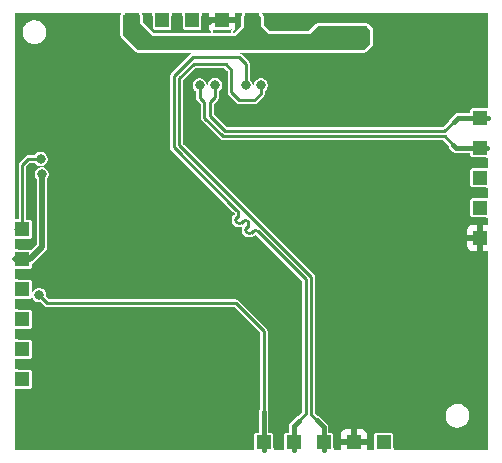
<source format=gbl>
G04 #@! TF.GenerationSoftware,KiCad,Pcbnew,9.0.0*
G04 #@! TF.CreationDate,2025-09-02T11:52:27+03:00*
G04 #@! TF.ProjectId,GSM_Adapter_Board_V1.0,47534d5f-4164-4617-9074-65725f426f61,rev?*
G04 #@! TF.SameCoordinates,Original*
G04 #@! TF.FileFunction,Copper,L2,Bot*
G04 #@! TF.FilePolarity,Positive*
%FSLAX46Y46*%
G04 Gerber Fmt 4.6, Leading zero omitted, Abs format (unit mm)*
G04 Created by KiCad (PCBNEW 9.0.0) date 2025-09-02 11:52:27*
%MOMM*%
%LPD*%
G01*
G04 APERTURE LIST*
G04 #@! TA.AperFunction,CastellatedPad*
%ADD10R,1.200000X1.250000*%
G04 #@! TD*
G04 #@! TA.AperFunction,CastellatedPad*
%ADD11R,1.250000X1.200000*%
G04 #@! TD*
G04 #@! TA.AperFunction,ViaPad*
%ADD12C,0.800000*%
G04 #@! TD*
G04 #@! TA.AperFunction,Conductor*
%ADD13C,0.250000*%
G04 #@! TD*
G04 #@! TA.AperFunction,Conductor*
%ADD14C,0.381000*%
G04 #@! TD*
G04 #@! TA.AperFunction,Conductor*
%ADD15C,0.508000*%
G04 #@! TD*
G04 APERTURE END LIST*
D10*
X130980000Y-115225000D03*
X133520000Y-115225000D03*
X136060000Y-115225000D03*
X138600000Y-115225000D03*
X141140000Y-115225000D03*
X129990000Y-79475000D03*
X127450000Y-79475000D03*
X124910000Y-79475000D03*
X122370000Y-79475000D03*
X119830000Y-79475000D03*
D11*
X110545000Y-97170000D03*
X110545000Y-99710000D03*
X110545000Y-102250000D03*
X110545000Y-104790000D03*
X110545000Y-107330000D03*
X110545000Y-109870000D03*
X149305000Y-97900000D03*
X149305000Y-95360000D03*
X149305000Y-92820000D03*
X149305000Y-90280000D03*
X149305000Y-87740000D03*
D12*
X148550000Y-101100000D03*
X148140000Y-82450000D03*
X142220000Y-102160000D03*
X145270000Y-80230000D03*
X111180000Y-85320000D03*
X145230000Y-113870000D03*
X111330000Y-88780000D03*
X111220000Y-112740000D03*
X148700000Y-111230000D03*
X141660000Y-105170000D03*
X141840000Y-96810000D03*
X142070000Y-99440000D03*
X116680000Y-80040000D03*
X117740000Y-114660000D03*
X148660000Y-103850000D03*
X148660000Y-107620000D03*
X122480000Y-114770000D03*
X141920000Y-107280000D03*
X111260000Y-114810000D03*
X114120000Y-114740000D03*
X126250000Y-79540000D03*
X126510000Y-114290000D03*
X141470000Y-86520000D03*
X141350000Y-91160000D03*
X113820000Y-112820000D03*
X147800000Y-80310000D03*
X111275000Y-94190000D03*
X141770000Y-94060000D03*
X137980000Y-80740000D03*
X139250000Y-80740000D03*
X136590000Y-80760000D03*
X129990000Y-80850000D03*
X121340000Y-81260000D03*
X125560000Y-85010000D03*
X126850000Y-84970000D03*
X112190000Y-92530000D03*
X130740000Y-85010000D03*
X112090000Y-91230000D03*
X129460000Y-85010000D03*
X111970000Y-102760000D03*
D13*
X125960000Y-86430000D02*
X125560000Y-86030000D01*
X146290000Y-89320000D02*
X127533604Y-89320000D01*
X149900000Y-90310000D02*
X149930000Y-90280000D01*
X146995000Y-90025000D02*
X146290000Y-89320000D01*
X127533604Y-89320000D02*
X125960000Y-87746396D01*
D14*
X146995000Y-90025000D02*
X147280000Y-90310000D01*
X147280000Y-90310000D02*
X149900000Y-90310000D01*
D13*
X125560000Y-86030000D02*
X125560000Y-85010000D01*
X125960000Y-87746396D02*
X125960000Y-86430000D01*
X126410000Y-86440000D02*
X126850000Y-86000000D01*
D14*
X147410000Y-87740000D02*
X147055000Y-88095000D01*
D13*
X127720000Y-88870000D02*
X126410000Y-87560000D01*
X126410000Y-87560000D02*
X126410000Y-86440000D01*
D14*
X149930000Y-87740000D02*
X147410000Y-87740000D01*
D13*
X126850000Y-86000000D02*
X126850000Y-84970000D01*
X147055000Y-88095000D02*
X146280000Y-88870000D01*
X146280000Y-88870000D02*
X127720000Y-88870000D01*
D15*
X112210000Y-92550000D02*
X112190000Y-92530000D01*
X111180000Y-99710000D02*
X112210000Y-98680000D01*
X112210000Y-98680000D02*
X112210000Y-92550000D01*
X109920000Y-99710000D02*
X111180000Y-99710000D01*
D13*
X128250000Y-85600000D02*
X128910000Y-86260000D01*
X134990000Y-101220000D02*
X123820000Y-90050000D01*
X130740000Y-85700000D02*
X130740000Y-85010000D01*
X128910000Y-86260000D02*
X130180000Y-86260000D01*
X135480000Y-113370000D02*
X134990000Y-112880000D01*
X127750000Y-83170000D02*
X128250000Y-83670000D01*
X125060000Y-83170000D02*
X127750000Y-83170000D01*
X128250000Y-83670000D02*
X128250000Y-85600000D01*
X134990000Y-112880000D02*
X134990000Y-101220000D01*
D14*
X135480000Y-113370000D02*
X136060000Y-113950000D01*
D13*
X123820000Y-84410000D02*
X125060000Y-83170000D01*
X130180000Y-86260000D02*
X130740000Y-85700000D01*
D14*
X136060000Y-113950000D02*
X136060000Y-115850000D01*
D13*
X123820000Y-90050000D02*
X123820000Y-84410000D01*
X110550000Y-91740000D02*
X111060000Y-91230000D01*
X109920000Y-97170000D02*
X110550000Y-96540000D01*
X111060000Y-91230000D02*
X112090000Y-91230000D01*
X110550000Y-96540000D02*
X110550000Y-91740000D01*
X129643010Y-96509406D02*
X129643009Y-96509405D01*
X133935000Y-113385000D02*
X134540000Y-112780000D01*
X130067273Y-97357933D02*
X129961206Y-97463999D01*
X129536942Y-97039735D02*
X129643010Y-96933670D01*
X128688414Y-96191207D02*
X128794482Y-96085142D01*
X128651598Y-95517994D02*
X123370000Y-90236396D01*
X134540000Y-101406396D02*
X130491537Y-97357933D01*
X128794482Y-95660878D02*
X128794481Y-95660877D01*
X123370000Y-90236396D02*
X123370000Y-84223604D01*
X129460000Y-83180000D02*
X129460000Y-85010000D01*
X128794481Y-95660877D02*
X128651598Y-95517994D01*
X124963604Y-82630000D02*
X128910000Y-82630000D01*
D14*
X133520000Y-113800000D02*
X133520000Y-115850000D01*
D13*
X128910000Y-82630000D02*
X129460000Y-83180000D01*
X123370000Y-84223604D02*
X124963604Y-82630000D01*
X129218745Y-96509405D02*
X129112678Y-96615471D01*
D14*
X133935000Y-113385000D02*
X133520000Y-113800000D01*
D13*
X134540000Y-112780000D02*
X134540000Y-101406396D01*
X129536942Y-97463999D02*
G75*
G02*
X129536975Y-97039768I212158J212099D01*
G01*
X129112678Y-96615471D02*
G75*
G02*
X128688414Y-96615471I-212132J212132D01*
G01*
X130491537Y-97357933D02*
G75*
G03*
X130067273Y-97357933I-212132J-212132D01*
G01*
X129961206Y-97463999D02*
G75*
G02*
X129536942Y-97463999I-212132J212132D01*
G01*
X128688414Y-96615471D02*
G75*
G02*
X128688375Y-96191168I212086J212171D01*
G01*
X129643010Y-96933670D02*
G75*
G03*
X129643048Y-96509368I-212110J212170D01*
G01*
X128794482Y-96085142D02*
G75*
G03*
X128794492Y-95660868I-212082J212142D01*
G01*
X129643009Y-96509405D02*
G75*
G03*
X129218745Y-96509405I-212132J-212132D01*
G01*
X130980000Y-105800000D02*
X130980000Y-112630000D01*
X112650000Y-103440000D02*
X128620000Y-103440000D01*
X111970000Y-102760000D02*
X112650000Y-103440000D01*
D14*
X130980000Y-115850000D02*
X130980000Y-112630000D01*
D13*
X128620000Y-103440000D02*
X130980000Y-105800000D01*
G04 #@! TA.AperFunction,Conductor*
G36*
X111391476Y-102967622D02*
G01*
X111409525Y-102989615D01*
X111410425Y-102991788D01*
X111489475Y-103128709D01*
X111489478Y-103128713D01*
X111489480Y-103128716D01*
X111601284Y-103240520D01*
X111601287Y-103240521D01*
X111601290Y-103240524D01*
X111738213Y-103319576D01*
X111738215Y-103319576D01*
X111738216Y-103319577D01*
X111842740Y-103347584D01*
X111890939Y-103360499D01*
X111890940Y-103360500D01*
X111890943Y-103360500D01*
X112049055Y-103360500D01*
X112049057Y-103360500D01*
X112069931Y-103354906D01*
X112107111Y-103359800D01*
X112117261Y-103367588D01*
X112450138Y-103700465D01*
X112524361Y-103743318D01*
X112589653Y-103760812D01*
X112607143Y-103765499D01*
X112607144Y-103765500D01*
X112607147Y-103765500D01*
X112692853Y-103765500D01*
X128464877Y-103765500D01*
X128499525Y-103779852D01*
X130640148Y-105920475D01*
X130654500Y-105955123D01*
X130654500Y-112398653D01*
X130647935Y-112423153D01*
X130615647Y-112479078D01*
X130615644Y-112479084D01*
X130589000Y-112578521D01*
X130589000Y-114350500D01*
X130574648Y-114385148D01*
X130540000Y-114399500D01*
X130360252Y-114399500D01*
X130301769Y-114411133D01*
X130235447Y-114455447D01*
X130210605Y-114492627D01*
X130191133Y-114521769D01*
X130179500Y-114580252D01*
X130179500Y-114580253D01*
X130179500Y-114580255D01*
X130179500Y-115550367D01*
X130175770Y-115569118D01*
X130162184Y-115601916D01*
X130162184Y-115601917D01*
X130162184Y-115601918D01*
X130129500Y-115766233D01*
X130129500Y-115766236D01*
X130129500Y-115800500D01*
X130115148Y-115835148D01*
X130080500Y-115849500D01*
X109969500Y-115849500D01*
X109934852Y-115835148D01*
X109920500Y-115800500D01*
X109920500Y-110769500D01*
X109934852Y-110734852D01*
X109969500Y-110720500D01*
X110003764Y-110720500D01*
X110003767Y-110720500D01*
X110168082Y-110687816D01*
X110175025Y-110684939D01*
X110200882Y-110674230D01*
X110219633Y-110670500D01*
X111189745Y-110670500D01*
X111189748Y-110670500D01*
X111248231Y-110658867D01*
X111314552Y-110614552D01*
X111358867Y-110548231D01*
X111370500Y-110489748D01*
X111370500Y-109250252D01*
X111358867Y-109191769D01*
X111332301Y-109152012D01*
X111314552Y-109125447D01*
X111274795Y-109098882D01*
X111248231Y-109081133D01*
X111189748Y-109069500D01*
X111189745Y-109069500D01*
X110219633Y-109069500D01*
X110200882Y-109065770D01*
X110168089Y-109052186D01*
X110168079Y-109052183D01*
X110101816Y-109039002D01*
X110003767Y-109019500D01*
X110003764Y-109019500D01*
X109969500Y-109019500D01*
X109934852Y-109005148D01*
X109920500Y-108970500D01*
X109920500Y-108229500D01*
X109934852Y-108194852D01*
X109969500Y-108180500D01*
X110003764Y-108180500D01*
X110003767Y-108180500D01*
X110168082Y-108147816D01*
X110175025Y-108144939D01*
X110200882Y-108134230D01*
X110219633Y-108130500D01*
X111189745Y-108130500D01*
X111189748Y-108130500D01*
X111248231Y-108118867D01*
X111314552Y-108074552D01*
X111358867Y-108008231D01*
X111370500Y-107949748D01*
X111370500Y-106710252D01*
X111358867Y-106651769D01*
X111332301Y-106612012D01*
X111314552Y-106585447D01*
X111274795Y-106558882D01*
X111248231Y-106541133D01*
X111189748Y-106529500D01*
X111189745Y-106529500D01*
X110219633Y-106529500D01*
X110200882Y-106525770D01*
X110168089Y-106512186D01*
X110168079Y-106512183D01*
X110101816Y-106499002D01*
X110003767Y-106479500D01*
X110003764Y-106479500D01*
X109969500Y-106479500D01*
X109934852Y-106465148D01*
X109920500Y-106430500D01*
X109920500Y-105689500D01*
X109934852Y-105654852D01*
X109969500Y-105640500D01*
X110003764Y-105640500D01*
X110003767Y-105640500D01*
X110168082Y-105607816D01*
X110175025Y-105604939D01*
X110200882Y-105594230D01*
X110219633Y-105590500D01*
X111189745Y-105590500D01*
X111189748Y-105590500D01*
X111248231Y-105578867D01*
X111314552Y-105534552D01*
X111358867Y-105468231D01*
X111370500Y-105409748D01*
X111370500Y-104170252D01*
X111358867Y-104111769D01*
X111332301Y-104072012D01*
X111314552Y-104045447D01*
X111274795Y-104018882D01*
X111248231Y-104001133D01*
X111189748Y-103989500D01*
X111189745Y-103989500D01*
X110219633Y-103989500D01*
X110200882Y-103985770D01*
X110168089Y-103972186D01*
X110168079Y-103972183D01*
X110101816Y-103959002D01*
X110003767Y-103939500D01*
X110003764Y-103939500D01*
X109969500Y-103939500D01*
X109934852Y-103925148D01*
X109920500Y-103890500D01*
X109920500Y-103149500D01*
X109934852Y-103114852D01*
X109969500Y-103100500D01*
X110003764Y-103100500D01*
X110003767Y-103100500D01*
X110168082Y-103067816D01*
X110175025Y-103064939D01*
X110200882Y-103054230D01*
X110219633Y-103050500D01*
X111189745Y-103050500D01*
X111189748Y-103050500D01*
X111248231Y-103038867D01*
X111314552Y-102994552D01*
X111323512Y-102981142D01*
X111354693Y-102960307D01*
X111391476Y-102967622D01*
G37*
G04 #@! TD.AperFunction*
G04 #@! TA.AperFunction,Conductor*
G36*
X118872503Y-78854979D02*
G01*
X118884166Y-78855959D01*
X118889172Y-78861883D01*
X118896338Y-78864852D01*
X118900817Y-78875665D01*
X118908371Y-78884605D01*
X118907721Y-78892333D01*
X118910690Y-78899500D01*
X118905751Y-78915781D01*
X118905231Y-78921976D01*
X118903964Y-78924429D01*
X118888302Y-78947870D01*
X118873950Y-78982518D01*
X118873949Y-78982520D01*
X118873930Y-78982611D01*
X118873929Y-78982615D01*
X118854500Y-79080290D01*
X118854500Y-80749709D01*
X118873947Y-80847475D01*
X118873950Y-80847484D01*
X118888299Y-80882124D01*
X118888299Y-80882125D01*
X118888301Y-80882128D01*
X118888302Y-80882130D01*
X118916365Y-80924129D01*
X118942945Y-80963910D01*
X118943686Y-80965018D01*
X120124982Y-82146314D01*
X120207870Y-82201698D01*
X120207875Y-82201700D01*
X120240917Y-82215387D01*
X120241922Y-82215845D01*
X120242507Y-82216045D01*
X120242518Y-82216050D01*
X120242520Y-82216051D01*
X120242527Y-82216052D01*
X120242529Y-82216053D01*
X120340290Y-82235499D01*
X120340296Y-82235500D01*
X124813027Y-82235500D01*
X124847675Y-82249852D01*
X124862027Y-82284500D01*
X124847675Y-82319148D01*
X124837527Y-82326935D01*
X124763741Y-82369535D01*
X124763741Y-82369536D01*
X123109536Y-84023741D01*
X123109535Y-84023741D01*
X123066682Y-84097963D01*
X123066681Y-84097965D01*
X123052864Y-84149535D01*
X123052864Y-84149536D01*
X123044500Y-84180749D01*
X123044500Y-90279252D01*
X123066681Y-90362033D01*
X123066682Y-90362036D01*
X123109535Y-90436258D01*
X128389417Y-95716139D01*
X128389422Y-95716145D01*
X128511638Y-95838361D01*
X128525990Y-95873009D01*
X128511638Y-95907657D01*
X128472646Y-95946649D01*
X128472514Y-95946703D01*
X128408373Y-96010842D01*
X128333376Y-96130204D01*
X128333373Y-96130209D01*
X128286820Y-96263270D01*
X128271047Y-96403357D01*
X128271047Y-96403362D01*
X128286845Y-96543437D01*
X128286845Y-96543439D01*
X128333423Y-96676496D01*
X128390399Y-96767137D01*
X128408446Y-96795848D01*
X128458251Y-96845634D01*
X128508086Y-96895468D01*
X128538963Y-96914869D01*
X128627430Y-96970458D01*
X128627434Y-96970459D01*
X128627435Y-96970460D01*
X128760479Y-97017014D01*
X128900546Y-97032796D01*
X129040613Y-97017014D01*
X129090425Y-96999584D01*
X129127868Y-97001686D01*
X129152858Y-97029650D01*
X129152858Y-97062020D01*
X129135437Y-97111797D01*
X129119647Y-97251853D01*
X129135413Y-97391900D01*
X129135414Y-97391905D01*
X129135414Y-97391907D01*
X129135415Y-97391908D01*
X129181952Y-97524945D01*
X129212053Y-97572863D01*
X129256923Y-97644293D01*
X129267508Y-97654881D01*
X129267509Y-97654881D01*
X129270315Y-97657688D01*
X129270325Y-97657708D01*
X129306747Y-97694130D01*
X129324774Y-97712162D01*
X129345781Y-97733175D01*
X129345860Y-97733243D01*
X129356616Y-97743998D01*
X129475958Y-97818986D01*
X129475962Y-97818987D01*
X129475963Y-97818988D01*
X129609007Y-97865542D01*
X129749074Y-97881324D01*
X129889141Y-97865542D01*
X130022185Y-97818988D01*
X130022187Y-97818986D01*
X130022189Y-97818986D01*
X130068720Y-97789748D01*
X130141534Y-97743996D01*
X130154171Y-97731357D01*
X130154175Y-97731355D01*
X130161065Y-97724465D01*
X130161066Y-97724465D01*
X130244756Y-97640775D01*
X130279404Y-97626423D01*
X130314052Y-97640775D01*
X134200148Y-101526871D01*
X134214500Y-101561519D01*
X134214500Y-112624876D01*
X134200148Y-112659524D01*
X133868423Y-112991248D01*
X133846458Y-113003930D01*
X133784081Y-113020645D01*
X133784077Y-113020646D01*
X133694920Y-113072122D01*
X133694919Y-113072123D01*
X133207122Y-113559919D01*
X133155646Y-113649076D01*
X133155645Y-113649080D01*
X133129000Y-113748520D01*
X133129000Y-114350500D01*
X133114648Y-114385148D01*
X133080000Y-114399500D01*
X132900252Y-114399500D01*
X132841769Y-114411133D01*
X132775447Y-114455447D01*
X132750605Y-114492627D01*
X132731133Y-114521769D01*
X132719500Y-114580252D01*
X132719500Y-114580253D01*
X132719500Y-114580255D01*
X132719500Y-115550367D01*
X132715770Y-115569118D01*
X132702184Y-115601916D01*
X132702184Y-115601917D01*
X132702184Y-115601918D01*
X132669500Y-115766233D01*
X132669500Y-115766236D01*
X132669500Y-115800500D01*
X132655148Y-115835148D01*
X132620500Y-115849500D01*
X131879500Y-115849500D01*
X131844852Y-115835148D01*
X131830500Y-115800500D01*
X131830500Y-115766236D01*
X131830500Y-115766233D01*
X131797816Y-115601918D01*
X131784230Y-115569118D01*
X131780500Y-115550367D01*
X131780500Y-114580255D01*
X131780500Y-114580253D01*
X131780500Y-114580252D01*
X131768867Y-114521769D01*
X131742301Y-114482012D01*
X131724552Y-114455447D01*
X131684795Y-114428882D01*
X131658231Y-114411133D01*
X131599748Y-114399500D01*
X131599745Y-114399500D01*
X131420000Y-114399500D01*
X131385352Y-114385148D01*
X131371000Y-114350500D01*
X131371000Y-112578521D01*
X131344355Y-112479084D01*
X131344354Y-112479080D01*
X131312065Y-112423153D01*
X131305500Y-112398653D01*
X131305500Y-105757144D01*
X131284988Y-105680594D01*
X131284987Y-105680590D01*
X131284987Y-105680591D01*
X131283318Y-105674362D01*
X131283318Y-105674361D01*
X131240465Y-105600138D01*
X128819862Y-103179535D01*
X128745640Y-103136682D01*
X128745637Y-103136681D01*
X128662856Y-103114500D01*
X128662853Y-103114500D01*
X112805123Y-103114500D01*
X112770475Y-103100148D01*
X112577588Y-102907261D01*
X112563236Y-102872613D01*
X112564905Y-102859936D01*
X112570500Y-102839057D01*
X112570500Y-102680943D01*
X112570500Y-102680940D01*
X112570499Y-102680939D01*
X112529577Y-102528217D01*
X112529576Y-102528213D01*
X112450524Y-102391290D01*
X112450521Y-102391287D01*
X112450520Y-102391284D01*
X112338716Y-102279480D01*
X112338713Y-102279478D01*
X112338709Y-102279475D01*
X112201786Y-102200423D01*
X112201782Y-102200422D01*
X112049060Y-102159500D01*
X112049057Y-102159500D01*
X111890943Y-102159500D01*
X111890940Y-102159500D01*
X111738217Y-102200422D01*
X111738213Y-102200423D01*
X111601290Y-102279475D01*
X111601281Y-102279482D01*
X111489482Y-102391281D01*
X111489475Y-102391290D01*
X111461935Y-102438992D01*
X111432182Y-102461822D01*
X111395000Y-102456927D01*
X111372170Y-102427174D01*
X111370500Y-102414492D01*
X111370500Y-101630255D01*
X111370500Y-101630252D01*
X111358867Y-101571769D01*
X111328867Y-101526871D01*
X111314552Y-101505447D01*
X111274795Y-101478882D01*
X111248231Y-101461133D01*
X111189748Y-101449500D01*
X111189745Y-101449500D01*
X110219633Y-101449500D01*
X110200882Y-101445770D01*
X110168089Y-101432186D01*
X110168079Y-101432183D01*
X110101816Y-101419002D01*
X110003767Y-101399500D01*
X110003764Y-101399500D01*
X109969500Y-101399500D01*
X109934852Y-101385148D01*
X109920500Y-101350500D01*
X109920500Y-100609500D01*
X109934852Y-100574852D01*
X109969500Y-100560500D01*
X110003764Y-100560500D01*
X110003767Y-100560500D01*
X110168082Y-100527816D01*
X110175025Y-100524939D01*
X110200882Y-100514230D01*
X110219633Y-100510500D01*
X111189745Y-100510500D01*
X111189748Y-100510500D01*
X111248231Y-100498867D01*
X111314552Y-100454552D01*
X111358867Y-100388231D01*
X111370500Y-100329748D01*
X111370500Y-100153116D01*
X111384852Y-100118468D01*
X111394997Y-100110682D01*
X111459070Y-100073691D01*
X111543691Y-99989070D01*
X111543691Y-99989068D01*
X111547720Y-99985040D01*
X111547724Y-99985035D01*
X112485035Y-99047724D01*
X112485040Y-99047720D01*
X112489068Y-99043691D01*
X112489070Y-99043691D01*
X112573691Y-98959070D01*
X112633527Y-98855431D01*
X112640072Y-98831002D01*
X112664501Y-98739836D01*
X112664501Y-98620164D01*
X112664501Y-98617168D01*
X112664500Y-98617150D01*
X112664500Y-92922273D01*
X112671065Y-92897773D01*
X112749576Y-92761786D01*
X112749576Y-92761785D01*
X112749577Y-92761784D01*
X112790499Y-92609060D01*
X112790500Y-92609060D01*
X112790500Y-92450940D01*
X112790499Y-92450939D01*
X112749577Y-92298217D01*
X112749576Y-92298213D01*
X112670524Y-92161290D01*
X112670521Y-92161287D01*
X112670520Y-92161284D01*
X112558716Y-92049480D01*
X112558713Y-92049478D01*
X112558709Y-92049475D01*
X112421786Y-91970423D01*
X112421782Y-91970422D01*
X112269060Y-91929500D01*
X112269057Y-91929500D01*
X112110943Y-91929500D01*
X112110940Y-91929500D01*
X111958217Y-91970422D01*
X111958213Y-91970423D01*
X111821290Y-92049475D01*
X111821281Y-92049482D01*
X111709482Y-92161281D01*
X111709475Y-92161290D01*
X111630423Y-92298213D01*
X111630422Y-92298217D01*
X111589500Y-92450939D01*
X111589500Y-92609060D01*
X111630422Y-92761782D01*
X111630423Y-92761786D01*
X111709475Y-92898709D01*
X111709482Y-92898718D01*
X111741148Y-92930384D01*
X111755500Y-92965032D01*
X111755500Y-98471443D01*
X111741148Y-98506091D01*
X111323348Y-98923890D01*
X111288700Y-98938242D01*
X111261476Y-98929983D01*
X111248232Y-98921133D01*
X111233610Y-98918224D01*
X111189748Y-98909500D01*
X111189745Y-98909500D01*
X110219633Y-98909500D01*
X110200882Y-98905770D01*
X110168089Y-98892186D01*
X110168079Y-98892183D01*
X110101816Y-98879002D01*
X110003767Y-98859500D01*
X110003764Y-98859500D01*
X109969500Y-98859500D01*
X109934852Y-98845148D01*
X109920500Y-98810500D01*
X109920500Y-98069500D01*
X109934852Y-98034852D01*
X109969500Y-98020500D01*
X110003764Y-98020500D01*
X110003767Y-98020500D01*
X110168082Y-97987816D01*
X110175025Y-97984939D01*
X110200882Y-97974230D01*
X110219633Y-97970500D01*
X111189745Y-97970500D01*
X111189748Y-97970500D01*
X111248231Y-97958867D01*
X111314552Y-97914552D01*
X111358867Y-97848231D01*
X111370500Y-97789748D01*
X111370500Y-96550252D01*
X111358867Y-96491769D01*
X111332301Y-96452012D01*
X111314552Y-96425447D01*
X111274795Y-96398882D01*
X111248231Y-96381133D01*
X111189748Y-96369500D01*
X111189745Y-96369500D01*
X110924500Y-96369500D01*
X110889852Y-96355148D01*
X110875500Y-96320500D01*
X110875500Y-91895123D01*
X110889852Y-91860475D01*
X111180475Y-91569852D01*
X111215123Y-91555500D01*
X111556239Y-91555500D01*
X111590887Y-91569852D01*
X111598672Y-91579997D01*
X111609480Y-91598716D01*
X111721284Y-91710520D01*
X111721287Y-91710521D01*
X111721290Y-91710524D01*
X111858213Y-91789576D01*
X111858215Y-91789576D01*
X111858216Y-91789577D01*
X111978665Y-91821851D01*
X112010939Y-91830499D01*
X112010940Y-91830500D01*
X112010943Y-91830500D01*
X112169060Y-91830500D01*
X112169060Y-91830499D01*
X112321784Y-91789577D01*
X112458716Y-91710520D01*
X112570520Y-91598716D01*
X112649577Y-91461784D01*
X112690499Y-91309060D01*
X112690500Y-91309060D01*
X112690500Y-91150940D01*
X112690499Y-91150939D01*
X112668508Y-91068867D01*
X112649577Y-90998216D01*
X112649576Y-90998215D01*
X112649576Y-90998213D01*
X112570524Y-90861290D01*
X112570521Y-90861287D01*
X112570520Y-90861284D01*
X112458716Y-90749480D01*
X112458713Y-90749478D01*
X112458709Y-90749475D01*
X112321786Y-90670423D01*
X112321782Y-90670422D01*
X112169060Y-90629500D01*
X112169057Y-90629500D01*
X112010943Y-90629500D01*
X112010940Y-90629500D01*
X111858217Y-90670422D01*
X111858213Y-90670423D01*
X111721290Y-90749475D01*
X111721281Y-90749482D01*
X111609482Y-90861281D01*
X111598674Y-90880001D01*
X111568920Y-90902831D01*
X111556239Y-90904500D01*
X111017144Y-90904500D01*
X110934362Y-90926681D01*
X110934359Y-90926682D01*
X110860137Y-90969535D01*
X110860137Y-90969536D01*
X110289536Y-91540137D01*
X110289535Y-91540137D01*
X110246682Y-91614359D01*
X110246681Y-91614362D01*
X110224500Y-91697143D01*
X110224500Y-96303699D01*
X110210148Y-96338347D01*
X110175500Y-96352699D01*
X110165941Y-96351758D01*
X110136502Y-96345902D01*
X110003767Y-96319500D01*
X110003764Y-96319500D01*
X109969500Y-96319500D01*
X109934852Y-96305148D01*
X109920500Y-96270500D01*
X109920500Y-80489999D01*
X110557422Y-80489999D01*
X110557422Y-80490000D01*
X110559249Y-80507967D01*
X110559500Y-80512923D01*
X110559500Y-80588541D01*
X110559501Y-80588544D01*
X110575292Y-80667931D01*
X110575748Y-80670225D01*
X110577944Y-80691818D01*
X110583679Y-80710097D01*
X110584195Y-80712690D01*
X110584194Y-80712692D01*
X110597946Y-80781827D01*
X110597948Y-80781833D01*
X110597949Y-80781835D01*
X110607210Y-80804193D01*
X110631086Y-80861838D01*
X110631922Y-80863856D01*
X110638673Y-80885373D01*
X110647192Y-80900721D01*
X110648261Y-80903302D01*
X110648264Y-80903309D01*
X110673366Y-80963910D01*
X110673368Y-80963914D01*
X110674106Y-80965018D01*
X110724802Y-81040891D01*
X110725926Y-81042573D01*
X110737120Y-81062741D01*
X110747411Y-81074728D01*
X110749047Y-81077177D01*
X110749053Y-81077185D01*
X110782861Y-81127782D01*
X110782863Y-81127784D01*
X110854189Y-81199110D01*
X110869257Y-81216662D01*
X110880250Y-81225171D01*
X110922218Y-81267139D01*
X111011785Y-81326986D01*
X111029672Y-81340832D01*
X111040333Y-81346061D01*
X111043050Y-81347877D01*
X111086084Y-81376631D01*
X111086086Y-81376632D01*
X111192580Y-81420743D01*
X111211799Y-81430170D01*
X111221241Y-81432614D01*
X111268165Y-81452051D01*
X111389617Y-81476209D01*
X111408182Y-81481017D01*
X111415696Y-81481397D01*
X111461459Y-81490500D01*
X111595164Y-81490500D01*
X111610780Y-81491292D01*
X111615950Y-81490500D01*
X111658541Y-81490500D01*
X111801270Y-81462109D01*
X111811299Y-81460573D01*
X111813971Y-81459582D01*
X111851835Y-81452051D01*
X111999845Y-81390743D01*
X112001530Y-81390120D01*
X112001884Y-81389898D01*
X112033914Y-81376632D01*
X112197782Y-81267139D01*
X112337139Y-81127782D01*
X112446632Y-80963914D01*
X112522051Y-80781835D01*
X112560500Y-80588541D01*
X112560500Y-80391459D01*
X112522051Y-80198165D01*
X112446632Y-80016086D01*
X112337139Y-79852218D01*
X112197782Y-79712861D01*
X112033914Y-79603368D01*
X112003944Y-79590954D01*
X112003944Y-79590953D01*
X112001881Y-79590099D01*
X112001530Y-79589880D01*
X111999842Y-79589254D01*
X111998968Y-79588893D01*
X111998967Y-79588892D01*
X111998966Y-79588892D01*
X111851835Y-79527949D01*
X111817786Y-79521176D01*
X111813972Y-79520417D01*
X111811299Y-79519427D01*
X111801293Y-79517894D01*
X111800202Y-79517677D01*
X111800176Y-79517673D01*
X111731758Y-79504064D01*
X111658541Y-79489500D01*
X111615950Y-79489500D01*
X111610780Y-79488708D01*
X111595164Y-79489500D01*
X111461459Y-79489500D01*
X111451762Y-79491428D01*
X111419203Y-79497904D01*
X111419202Y-79497903D01*
X111415686Y-79498602D01*
X111408182Y-79498983D01*
X111389629Y-79503786D01*
X111388235Y-79504064D01*
X111268172Y-79527946D01*
X111268170Y-79527947D01*
X111224398Y-79546077D01*
X111224397Y-79546076D01*
X111221228Y-79547388D01*
X111211799Y-79549830D01*
X111192604Y-79559245D01*
X111191157Y-79559845D01*
X111191146Y-79559850D01*
X111086085Y-79603368D01*
X111043052Y-79632121D01*
X111040328Y-79633940D01*
X111029672Y-79639168D01*
X111011791Y-79653008D01*
X111010357Y-79653967D01*
X110922215Y-79712862D01*
X110922214Y-79712863D01*
X110882445Y-79752630D01*
X110882446Y-79752631D01*
X110880242Y-79754834D01*
X110869257Y-79763338D01*
X110854195Y-79780882D01*
X110852873Y-79782205D01*
X110782858Y-79852221D01*
X110749053Y-79902810D01*
X110749054Y-79902811D01*
X110747406Y-79905276D01*
X110737120Y-79917259D01*
X110725935Y-79937409D01*
X110724808Y-79939097D01*
X110724805Y-79939103D01*
X110673365Y-80016090D01*
X110648262Y-80076693D01*
X110647187Y-80079285D01*
X110638673Y-80094627D01*
X110631925Y-80116131D01*
X110631091Y-80118147D01*
X110631087Y-80118159D01*
X110597947Y-80198170D01*
X110597946Y-80198172D01*
X110584193Y-80267312D01*
X110583674Y-80269917D01*
X110577944Y-80288182D01*
X110575751Y-80309741D01*
X110575294Y-80312042D01*
X110575293Y-80312055D01*
X110559500Y-80391460D01*
X110559500Y-80467075D01*
X110559249Y-80472031D01*
X110557422Y-80489999D01*
X109920500Y-80489999D01*
X109920500Y-78899500D01*
X109934852Y-78864852D01*
X109969500Y-78850500D01*
X118861690Y-78850500D01*
X118872503Y-78854979D01*
G37*
G04 #@! TD.AperFunction*
G04 #@! TA.AperFunction,Conductor*
G36*
X149915148Y-78864852D02*
G01*
X149929500Y-78899500D01*
X149929500Y-86840500D01*
X149915148Y-86875148D01*
X149880500Y-86889500D01*
X149846233Y-86889500D01*
X149764451Y-86905767D01*
X149681920Y-86922183D01*
X149681910Y-86922186D01*
X149649118Y-86935770D01*
X149630367Y-86939500D01*
X148660252Y-86939500D01*
X148601769Y-86951133D01*
X148535447Y-86995447D01*
X148491133Y-87061769D01*
X148479500Y-87120252D01*
X148479500Y-87120255D01*
X148479500Y-87300000D01*
X148465148Y-87334648D01*
X148430500Y-87349000D01*
X147358521Y-87349000D01*
X147259084Y-87375644D01*
X147259080Y-87375645D01*
X147259080Y-87375646D01*
X147238016Y-87387806D01*
X147169920Y-87427121D01*
X147169917Y-87427124D01*
X146742123Y-87854919D01*
X146742122Y-87854919D01*
X146690646Y-87944076D01*
X146690644Y-87944082D01*
X146673931Y-88006457D01*
X146661249Y-88028423D01*
X146159525Y-88530148D01*
X146124877Y-88544500D01*
X127875122Y-88544500D01*
X127840474Y-88530148D01*
X126749852Y-87439525D01*
X126735500Y-87404877D01*
X126735500Y-86595123D01*
X126749852Y-86560475D01*
X127110464Y-86199863D01*
X127110465Y-86199862D01*
X127153318Y-86125639D01*
X127175499Y-86042856D01*
X127175500Y-86042856D01*
X127175500Y-85503760D01*
X127189852Y-85469112D01*
X127200002Y-85461324D01*
X127218709Y-85450524D01*
X127218708Y-85450524D01*
X127218716Y-85450520D01*
X127330520Y-85338716D01*
X127409577Y-85201784D01*
X127450499Y-85049060D01*
X127450500Y-85049060D01*
X127450500Y-84890940D01*
X127450499Y-84890939D01*
X127409577Y-84738217D01*
X127409576Y-84738213D01*
X127330524Y-84601290D01*
X127330521Y-84601287D01*
X127330520Y-84601284D01*
X127218716Y-84489480D01*
X127218713Y-84489478D01*
X127218709Y-84489475D01*
X127081786Y-84410423D01*
X127081782Y-84410422D01*
X126929060Y-84369500D01*
X126929057Y-84369500D01*
X126770943Y-84369500D01*
X126770940Y-84369500D01*
X126618217Y-84410422D01*
X126618213Y-84410423D01*
X126481290Y-84489475D01*
X126481281Y-84489482D01*
X126369482Y-84601281D01*
X126369475Y-84601290D01*
X126290423Y-84738213D01*
X126290422Y-84738217D01*
X126249500Y-84890939D01*
X126249081Y-84894124D01*
X126248212Y-84894009D01*
X126235148Y-84925550D01*
X126200500Y-84939902D01*
X126165852Y-84925550D01*
X126153170Y-84903584D01*
X126119577Y-84778217D01*
X126119576Y-84778213D01*
X126040524Y-84641290D01*
X126040521Y-84641287D01*
X126040520Y-84641284D01*
X125928716Y-84529480D01*
X125928713Y-84529478D01*
X125928709Y-84529475D01*
X125791786Y-84450423D01*
X125791782Y-84450422D01*
X125639060Y-84409500D01*
X125639057Y-84409500D01*
X125480943Y-84409500D01*
X125480940Y-84409500D01*
X125328217Y-84450422D01*
X125328213Y-84450423D01*
X125191290Y-84529475D01*
X125191281Y-84529482D01*
X125079482Y-84641281D01*
X125079475Y-84641290D01*
X125000423Y-84778213D01*
X125000422Y-84778217D01*
X124959500Y-84930939D01*
X124959500Y-85089060D01*
X125000422Y-85241782D01*
X125000423Y-85241786D01*
X125079475Y-85378709D01*
X125079478Y-85378713D01*
X125079480Y-85378716D01*
X125191284Y-85490520D01*
X125191287Y-85490521D01*
X125191290Y-85490524D01*
X125209998Y-85501324D01*
X125232830Y-85531076D01*
X125234500Y-85543760D01*
X125234500Y-86072856D01*
X125256681Y-86155637D01*
X125256682Y-86155640D01*
X125299535Y-86229862D01*
X125620148Y-86550475D01*
X125634500Y-86585123D01*
X125634500Y-87789252D01*
X125656681Y-87872033D01*
X125656682Y-87872036D01*
X125698275Y-87944076D01*
X125699535Y-87946258D01*
X127333742Y-89580465D01*
X127407965Y-89623318D01*
X127472214Y-89640533D01*
X127490747Y-89645499D01*
X127490748Y-89645500D01*
X127490751Y-89645500D01*
X127576457Y-89645500D01*
X146134877Y-89645500D01*
X146169525Y-89659852D01*
X146601249Y-90091575D01*
X146613931Y-90113541D01*
X146630645Y-90175919D01*
X146630646Y-90175923D01*
X146682122Y-90265080D01*
X147039920Y-90622878D01*
X147051390Y-90629500D01*
X147129076Y-90674353D01*
X147129078Y-90674353D01*
X147129079Y-90674354D01*
X147207507Y-90695368D01*
X147228520Y-90700999D01*
X147228521Y-90701000D01*
X147228524Y-90701000D01*
X148430500Y-90701000D01*
X148465148Y-90715352D01*
X148479500Y-90750000D01*
X148479500Y-90899748D01*
X148491133Y-90958231D01*
X148498687Y-90969536D01*
X148535447Y-91024552D01*
X148549143Y-91033703D01*
X148601769Y-91068867D01*
X148660252Y-91080500D01*
X149630367Y-91080500D01*
X149649118Y-91084230D01*
X149681910Y-91097813D01*
X149681912Y-91097813D01*
X149681918Y-91097816D01*
X149846233Y-91130500D01*
X149880500Y-91130500D01*
X149915148Y-91144852D01*
X149929500Y-91179500D01*
X149929500Y-91920500D01*
X149915148Y-91955148D01*
X149880500Y-91969500D01*
X149846233Y-91969500D01*
X149764451Y-91985767D01*
X149681920Y-92002183D01*
X149681910Y-92002186D01*
X149649118Y-92015770D01*
X149630367Y-92019500D01*
X148660252Y-92019500D01*
X148601769Y-92031133D01*
X148535447Y-92075447D01*
X148491133Y-92141769D01*
X148479500Y-92200252D01*
X148479500Y-93439748D01*
X148491133Y-93498231D01*
X148508882Y-93524795D01*
X148535447Y-93564552D01*
X148549143Y-93573703D01*
X148601769Y-93608867D01*
X148660252Y-93620500D01*
X149630367Y-93620500D01*
X149649118Y-93624230D01*
X149681910Y-93637813D01*
X149681912Y-93637813D01*
X149681918Y-93637816D01*
X149846233Y-93670500D01*
X149880500Y-93670500D01*
X149915148Y-93684852D01*
X149929500Y-93719500D01*
X149929500Y-94460500D01*
X149915148Y-94495148D01*
X149880500Y-94509500D01*
X149846233Y-94509500D01*
X149764451Y-94525767D01*
X149681920Y-94542183D01*
X149681910Y-94542186D01*
X149649118Y-94555770D01*
X149630367Y-94559500D01*
X148660252Y-94559500D01*
X148601769Y-94571133D01*
X148535447Y-94615447D01*
X148491133Y-94681769D01*
X148479500Y-94740252D01*
X148479500Y-95979748D01*
X148491133Y-96038231D01*
X148508882Y-96064795D01*
X148535447Y-96104552D01*
X148549143Y-96113703D01*
X148601769Y-96148867D01*
X148660252Y-96160500D01*
X149630367Y-96160500D01*
X149649118Y-96164230D01*
X149681910Y-96177813D01*
X149681912Y-96177813D01*
X149681918Y-96177816D01*
X149846233Y-96210500D01*
X149880500Y-96210500D01*
X149915148Y-96224852D01*
X149929500Y-96259500D01*
X149929500Y-96751000D01*
X149915148Y-96785648D01*
X149880500Y-96800000D01*
X149555000Y-96800000D01*
X149555000Y-97426473D01*
X149449881Y-97531592D01*
X149370889Y-97668409D01*
X149330000Y-97821009D01*
X149330000Y-97978991D01*
X149370889Y-98131591D01*
X149449881Y-98268408D01*
X149555000Y-98373527D01*
X149555000Y-99000000D01*
X149880500Y-99000000D01*
X149915148Y-99014352D01*
X149929500Y-99049000D01*
X149929500Y-115800500D01*
X149915148Y-115835148D01*
X149880500Y-115849500D01*
X142039500Y-115849500D01*
X142004852Y-115835148D01*
X141990500Y-115800500D01*
X141990500Y-115766236D01*
X141990500Y-115766233D01*
X141957816Y-115601918D01*
X141944230Y-115569118D01*
X141940500Y-115550367D01*
X141940500Y-114580255D01*
X141940500Y-114580253D01*
X141940500Y-114580252D01*
X141928867Y-114521769D01*
X141902301Y-114482012D01*
X141884552Y-114455447D01*
X141844795Y-114428882D01*
X141818231Y-114411133D01*
X141759748Y-114399500D01*
X140520252Y-114399500D01*
X140461769Y-114411133D01*
X140395447Y-114455447D01*
X140370605Y-114492627D01*
X140351133Y-114521769D01*
X140339500Y-114580252D01*
X140339500Y-114580253D01*
X140339500Y-114580255D01*
X140339500Y-115550367D01*
X140335770Y-115569118D01*
X140322184Y-115601916D01*
X140322184Y-115601917D01*
X140322184Y-115601918D01*
X140289500Y-115766233D01*
X140289500Y-115766236D01*
X140289500Y-115800500D01*
X140275148Y-115835148D01*
X140240500Y-115849500D01*
X139749000Y-115849500D01*
X139714352Y-115835148D01*
X139700000Y-115800500D01*
X139700000Y-115475000D01*
X139073527Y-115475000D01*
X138968408Y-115369881D01*
X138831591Y-115290889D01*
X138678991Y-115250000D01*
X138521009Y-115250000D01*
X138368409Y-115290889D01*
X138231592Y-115369881D01*
X138126473Y-115475000D01*
X137500000Y-115475000D01*
X137500000Y-115800500D01*
X137485648Y-115835148D01*
X137451000Y-115849500D01*
X136959500Y-115849500D01*
X136924852Y-115835148D01*
X136910500Y-115800500D01*
X136910500Y-115766236D01*
X136910500Y-115766233D01*
X136877816Y-115601918D01*
X136864230Y-115569118D01*
X136860500Y-115550367D01*
X136860500Y-114580253D01*
X136860499Y-114580249D01*
X136856555Y-114560420D01*
X136854913Y-114552165D01*
X137500000Y-114552165D01*
X137500000Y-114975000D01*
X138350000Y-114975000D01*
X138850000Y-114975000D01*
X139700000Y-114975000D01*
X139700000Y-114552165D01*
X139693598Y-114492627D01*
X139693598Y-114492626D01*
X139643351Y-114357908D01*
X139557188Y-114242811D01*
X139442091Y-114156648D01*
X139307373Y-114106401D01*
X139247834Y-114100000D01*
X138850000Y-114100000D01*
X138850000Y-114975000D01*
X138350000Y-114975000D01*
X138350000Y-114100000D01*
X137952166Y-114100000D01*
X137892627Y-114106401D01*
X137892626Y-114106401D01*
X137757908Y-114156648D01*
X137642811Y-114242811D01*
X137556648Y-114357908D01*
X137506401Y-114492626D01*
X137506401Y-114492627D01*
X137500000Y-114552165D01*
X136854913Y-114552165D01*
X136848867Y-114521769D01*
X136829394Y-114492626D01*
X136804552Y-114455447D01*
X136764795Y-114428882D01*
X136738231Y-114411133D01*
X136679748Y-114399500D01*
X136679745Y-114399500D01*
X136500000Y-114399500D01*
X136465352Y-114385148D01*
X136451000Y-114350500D01*
X136451000Y-113898522D01*
X136441074Y-113861481D01*
X136441074Y-113861480D01*
X136424354Y-113799079D01*
X136424353Y-113799076D01*
X136391718Y-113742552D01*
X136372878Y-113709920D01*
X135720080Y-113057122D01*
X135656902Y-113020646D01*
X135655697Y-113019950D01*
X135630923Y-113005646D01*
X135630919Y-113005645D01*
X135568541Y-112988931D01*
X135553070Y-112979999D01*
X146372224Y-112979999D01*
X146374051Y-112997967D01*
X146374302Y-113002923D01*
X146374302Y-113078541D01*
X146390094Y-113157931D01*
X146390550Y-113160225D01*
X146392746Y-113181818D01*
X146398481Y-113200097D01*
X146398997Y-113202690D01*
X146398996Y-113202692D01*
X146412748Y-113271827D01*
X146412750Y-113271833D01*
X146412751Y-113271835D01*
X146422012Y-113294193D01*
X146445888Y-113351838D01*
X146446724Y-113353856D01*
X146453475Y-113375373D01*
X146461994Y-113390721D01*
X146463063Y-113393302D01*
X146463066Y-113393309D01*
X146487201Y-113451575D01*
X146488170Y-113453914D01*
X146522287Y-113504974D01*
X146539604Y-113530891D01*
X146540728Y-113532573D01*
X146551922Y-113552741D01*
X146562213Y-113564728D01*
X146563849Y-113567177D01*
X146563855Y-113567185D01*
X146597663Y-113617782D01*
X146597665Y-113617784D01*
X146668991Y-113689110D01*
X146684059Y-113706662D01*
X146695052Y-113715171D01*
X146737020Y-113757139D01*
X146826587Y-113816986D01*
X146844474Y-113830832D01*
X146855135Y-113836061D01*
X146857852Y-113837877D01*
X146900886Y-113866631D01*
X146900888Y-113866632D01*
X147007382Y-113910743D01*
X147026601Y-113920170D01*
X147036043Y-113922614D01*
X147082967Y-113942051D01*
X147204419Y-113966209D01*
X147222984Y-113971017D01*
X147230498Y-113971397D01*
X147276261Y-113980500D01*
X147409966Y-113980500D01*
X147425582Y-113981292D01*
X147430752Y-113980500D01*
X147473343Y-113980500D01*
X147616072Y-113952109D01*
X147626101Y-113950573D01*
X147628773Y-113949582D01*
X147666637Y-113942051D01*
X147814647Y-113880743D01*
X147816332Y-113880120D01*
X147816686Y-113879898D01*
X147848716Y-113866632D01*
X148012584Y-113757139D01*
X148151941Y-113617782D01*
X148261434Y-113453914D01*
X148336853Y-113271835D01*
X148375302Y-113078541D01*
X148375302Y-112881459D01*
X148336853Y-112688165D01*
X148261434Y-112506086D01*
X148151941Y-112342218D01*
X148012584Y-112202861D01*
X147848716Y-112093368D01*
X147818746Y-112080954D01*
X147818746Y-112080953D01*
X147816683Y-112080099D01*
X147816332Y-112079880D01*
X147814644Y-112079254D01*
X147813770Y-112078893D01*
X147813769Y-112078892D01*
X147813768Y-112078892D01*
X147666637Y-112017949D01*
X147632588Y-112011176D01*
X147628774Y-112010417D01*
X147626101Y-112009427D01*
X147616095Y-112007894D01*
X147615004Y-112007677D01*
X147614978Y-112007673D01*
X147546560Y-111994064D01*
X147473343Y-111979500D01*
X147430752Y-111979500D01*
X147425582Y-111978708D01*
X147409966Y-111979500D01*
X147276261Y-111979500D01*
X147266564Y-111981428D01*
X147234005Y-111987904D01*
X147234004Y-111987903D01*
X147230488Y-111988602D01*
X147222984Y-111988983D01*
X147204431Y-111993786D01*
X147203037Y-111994064D01*
X147082974Y-112017946D01*
X147082972Y-112017947D01*
X147039200Y-112036077D01*
X147039199Y-112036076D01*
X147036030Y-112037388D01*
X147026601Y-112039830D01*
X147007406Y-112049245D01*
X147005959Y-112049845D01*
X147005948Y-112049850D01*
X146900887Y-112093368D01*
X146857854Y-112122121D01*
X146855130Y-112123940D01*
X146844474Y-112129168D01*
X146826593Y-112143008D01*
X146825159Y-112143967D01*
X146737017Y-112202862D01*
X146737016Y-112202863D01*
X146697247Y-112242630D01*
X146697248Y-112242631D01*
X146695044Y-112244834D01*
X146684059Y-112253338D01*
X146668997Y-112270882D01*
X146667675Y-112272205D01*
X146597660Y-112342221D01*
X146563855Y-112392810D01*
X146563856Y-112392811D01*
X146562208Y-112395276D01*
X146551922Y-112407259D01*
X146540737Y-112427409D01*
X146539610Y-112429097D01*
X146539607Y-112429103D01*
X146488167Y-112506090D01*
X146463064Y-112566693D01*
X146461989Y-112569285D01*
X146453475Y-112584627D01*
X146446727Y-112606131D01*
X146445893Y-112608147D01*
X146445889Y-112608159D01*
X146412749Y-112688170D01*
X146412748Y-112688172D01*
X146398995Y-112757312D01*
X146398476Y-112759917D01*
X146392746Y-112778182D01*
X146390553Y-112799741D01*
X146390096Y-112802042D01*
X146390095Y-112802055D01*
X146374302Y-112881460D01*
X146374302Y-112957075D01*
X146374051Y-112962031D01*
X146372224Y-112979999D01*
X135553070Y-112979999D01*
X135546575Y-112976249D01*
X135329852Y-112759525D01*
X135315500Y-112724877D01*
X135315500Y-101177144D01*
X135315499Y-101177143D01*
X135293318Y-101094363D01*
X135293317Y-101094359D01*
X135250464Y-101020137D01*
X132778161Y-98547834D01*
X148180000Y-98547834D01*
X148186401Y-98607372D01*
X148186401Y-98607373D01*
X148236648Y-98742091D01*
X148322811Y-98857188D01*
X148437908Y-98943351D01*
X148572626Y-98993598D01*
X148632166Y-99000000D01*
X149055000Y-99000000D01*
X149055000Y-98150000D01*
X148180000Y-98150000D01*
X148180000Y-98547834D01*
X132778161Y-98547834D01*
X131482492Y-97252165D01*
X148180000Y-97252165D01*
X148180000Y-97650000D01*
X149055000Y-97650000D01*
X149055000Y-96800000D01*
X148632166Y-96800000D01*
X148572627Y-96806401D01*
X148572626Y-96806401D01*
X148437908Y-96856648D01*
X148322811Y-96942811D01*
X148236648Y-97057908D01*
X148186401Y-97192626D01*
X148186401Y-97192627D01*
X148180000Y-97252165D01*
X131482492Y-97252165D01*
X124159852Y-89929525D01*
X124145500Y-89894877D01*
X124145500Y-84565122D01*
X124159852Y-84530474D01*
X125180474Y-83509852D01*
X125215122Y-83495500D01*
X127594877Y-83495500D01*
X127629525Y-83509852D01*
X127910148Y-83790474D01*
X127924500Y-83825122D01*
X127924500Y-85642856D01*
X127946681Y-85725637D01*
X127946682Y-85725640D01*
X127972026Y-85769536D01*
X127989535Y-85799862D01*
X128710138Y-86520465D01*
X128784361Y-86563318D01*
X128827314Y-86574827D01*
X128867143Y-86585499D01*
X128867144Y-86585500D01*
X128867147Y-86585500D01*
X130222856Y-86585500D01*
X130222856Y-86585499D01*
X130305639Y-86563318D01*
X130379862Y-86520465D01*
X130935827Y-85964497D01*
X130935832Y-85964494D01*
X130939860Y-85960465D01*
X130939862Y-85960465D01*
X131000465Y-85899862D01*
X131043318Y-85825638D01*
X131058351Y-85769535D01*
X131065501Y-85742853D01*
X131065501Y-85657147D01*
X131065501Y-85654151D01*
X131065500Y-85654133D01*
X131065500Y-85543760D01*
X131079852Y-85509112D01*
X131090002Y-85501324D01*
X131108709Y-85490524D01*
X131108708Y-85490524D01*
X131108716Y-85490520D01*
X131220520Y-85378716D01*
X131299577Y-85241784D01*
X131340499Y-85089060D01*
X131340500Y-85089060D01*
X131340500Y-84930940D01*
X131340499Y-84930939D01*
X131299577Y-84778217D01*
X131299576Y-84778213D01*
X131220524Y-84641290D01*
X131220521Y-84641287D01*
X131220520Y-84641284D01*
X131108716Y-84529480D01*
X131108713Y-84529478D01*
X131108709Y-84529475D01*
X130971786Y-84450423D01*
X130971782Y-84450422D01*
X130819060Y-84409500D01*
X130819057Y-84409500D01*
X130660943Y-84409500D01*
X130660940Y-84409500D01*
X130508217Y-84450422D01*
X130508213Y-84450423D01*
X130371290Y-84529475D01*
X130371281Y-84529482D01*
X130259482Y-84641281D01*
X130259475Y-84641290D01*
X130180423Y-84778213D01*
X130180422Y-84778217D01*
X130147330Y-84901718D01*
X130124500Y-84931471D01*
X130087318Y-84936366D01*
X130057565Y-84913536D01*
X130052670Y-84901718D01*
X130019577Y-84778217D01*
X130019576Y-84778213D01*
X129940524Y-84641290D01*
X129940521Y-84641287D01*
X129940520Y-84641284D01*
X129828716Y-84529480D01*
X129809998Y-84518673D01*
X129787169Y-84488920D01*
X129785500Y-84476239D01*
X129785500Y-83137144D01*
X129785499Y-83137143D01*
X129763318Y-83054363D01*
X129763317Y-83054359D01*
X129720464Y-82980137D01*
X129109862Y-82369535D01*
X129036078Y-82326935D01*
X129013247Y-82297182D01*
X129018143Y-82260000D01*
X129047896Y-82237169D01*
X129060578Y-82235500D01*
X139489706Y-82235500D01*
X139528711Y-82227740D01*
X139587475Y-82216052D01*
X139587479Y-82216050D01*
X139587482Y-82216050D01*
X139622130Y-82201698D01*
X139705018Y-82146314D01*
X140176314Y-81675018D01*
X140231698Y-81592130D01*
X140245389Y-81559076D01*
X140245847Y-81558073D01*
X140246043Y-81557497D01*
X140246050Y-81557482D01*
X140246051Y-81557480D01*
X140265500Y-81459704D01*
X140265500Y-80310294D01*
X140256950Y-80267312D01*
X140246052Y-80212524D01*
X140246049Y-80212515D01*
X140234952Y-80185725D01*
X140231698Y-80177870D01*
X140176314Y-80094982D01*
X139925018Y-79843686D01*
X139842130Y-79788302D01*
X139842127Y-79788300D01*
X139842126Y-79788300D01*
X139809081Y-79774612D01*
X139808078Y-79774154D01*
X139807482Y-79773950D01*
X139807480Y-79773949D01*
X139807477Y-79773948D01*
X139807470Y-79773946D01*
X139709709Y-79754500D01*
X139709704Y-79754500D01*
X135540294Y-79754500D01*
X135540290Y-79754500D01*
X135442524Y-79773947D01*
X135442515Y-79773950D01*
X135407875Y-79788299D01*
X135407874Y-79788299D01*
X135324982Y-79843685D01*
X134788520Y-80380148D01*
X134753872Y-80394500D01*
X131516128Y-80394500D01*
X131481480Y-80380148D01*
X130999852Y-79898520D01*
X130985500Y-79863872D01*
X130985500Y-79210294D01*
X130985499Y-79210290D01*
X130966052Y-79112524D01*
X130966049Y-79112515D01*
X130951700Y-79077875D01*
X130951700Y-79077874D01*
X130951699Y-79077872D01*
X130951698Y-79077870D01*
X130896314Y-78994982D01*
X130854852Y-78953520D01*
X130840500Y-78918872D01*
X130840500Y-78899500D01*
X130854852Y-78864852D01*
X130889500Y-78850500D01*
X149880500Y-78850500D01*
X149915148Y-78864852D01*
G37*
G04 #@! TD.AperFunction*
G04 #@! TA.AperFunction,Conductor*
G36*
X121505148Y-78864852D02*
G01*
X121519500Y-78899500D01*
X121519500Y-78933767D01*
X121535165Y-79012520D01*
X121552183Y-79098079D01*
X121552185Y-79098085D01*
X121565770Y-79130880D01*
X121569500Y-79149632D01*
X121569500Y-80119748D01*
X121581133Y-80178231D01*
X121595585Y-80199860D01*
X121625447Y-80244552D01*
X121652012Y-80262301D01*
X121691769Y-80288867D01*
X121750252Y-80300500D01*
X121750255Y-80300500D01*
X122989745Y-80300500D01*
X122989748Y-80300500D01*
X123048231Y-80288867D01*
X123114552Y-80244552D01*
X123158867Y-80178231D01*
X123170500Y-80119748D01*
X123170500Y-79149632D01*
X123174230Y-79130880D01*
X123178615Y-79120294D01*
X123187816Y-79098082D01*
X123220500Y-78933767D01*
X123220500Y-78899500D01*
X123234852Y-78864852D01*
X123269500Y-78850500D01*
X124010500Y-78850500D01*
X124045148Y-78864852D01*
X124059500Y-78899500D01*
X124059500Y-78933767D01*
X124075165Y-79012520D01*
X124092183Y-79098079D01*
X124092185Y-79098085D01*
X124105770Y-79130880D01*
X124109500Y-79149632D01*
X124109500Y-80119748D01*
X124121133Y-80178231D01*
X124135585Y-80199860D01*
X124165447Y-80244552D01*
X124192012Y-80262301D01*
X124231769Y-80288867D01*
X124290252Y-80300500D01*
X124290255Y-80300500D01*
X125529745Y-80300500D01*
X125529748Y-80300500D01*
X125588231Y-80288867D01*
X125654552Y-80244552D01*
X125698867Y-80178231D01*
X125710500Y-80119748D01*
X125710500Y-79149632D01*
X125714230Y-79130880D01*
X125718615Y-79120294D01*
X125727816Y-79098082D01*
X125760500Y-78933767D01*
X125760500Y-78899500D01*
X125774852Y-78864852D01*
X125809500Y-78850500D01*
X126301000Y-78850500D01*
X126335648Y-78864852D01*
X126350000Y-78899500D01*
X126350000Y-79225000D01*
X126976473Y-79225000D01*
X127081592Y-79330119D01*
X127218409Y-79409111D01*
X127371009Y-79450000D01*
X127528991Y-79450000D01*
X127681591Y-79409111D01*
X127818408Y-79330119D01*
X127923527Y-79225000D01*
X128550000Y-79225000D01*
X128550000Y-78899500D01*
X128564352Y-78864852D01*
X128599000Y-78850500D01*
X129090500Y-78850500D01*
X129107273Y-78857447D01*
X129124233Y-78863960D01*
X129124501Y-78864584D01*
X129125148Y-78864852D01*
X129139483Y-78898223D01*
X129139500Y-78898875D01*
X129139500Y-78933767D01*
X129140546Y-78939030D01*
X129140656Y-78943213D01*
X129135322Y-78957103D01*
X129132417Y-78971711D01*
X129128300Y-78977871D01*
X129114612Y-79010918D01*
X129114154Y-79011920D01*
X129113946Y-79012529D01*
X129094500Y-79110290D01*
X129094500Y-79923872D01*
X129080148Y-79958520D01*
X128518520Y-80520148D01*
X128483872Y-80534500D01*
X128447204Y-80534500D01*
X128412556Y-80520148D01*
X128398204Y-80485500D01*
X128407978Y-80456135D01*
X128493351Y-80342091D01*
X128543598Y-80207373D01*
X128543598Y-80207372D01*
X128550000Y-80147834D01*
X128550000Y-79725000D01*
X126350000Y-79725000D01*
X126350000Y-80147834D01*
X126356401Y-80207372D01*
X126356401Y-80207373D01*
X126406648Y-80342091D01*
X126492022Y-80456135D01*
X126501297Y-80492473D01*
X126482161Y-80524726D01*
X126452796Y-80534500D01*
X121646128Y-80534500D01*
X121611480Y-80520148D01*
X120759852Y-79668520D01*
X120745500Y-79633872D01*
X120745500Y-79120294D01*
X120745499Y-79120290D01*
X120743952Y-79112515D01*
X120741082Y-79098085D01*
X120726052Y-79022524D01*
X120726049Y-79022515D01*
X120711699Y-78987872D01*
X120708186Y-78982615D01*
X120691140Y-78957103D01*
X120688758Y-78953538D01*
X120680500Y-78926315D01*
X120680500Y-78899500D01*
X120694852Y-78864852D01*
X120729500Y-78850500D01*
X121470500Y-78850500D01*
X121505148Y-78864852D01*
G37*
G04 #@! TD.AperFunction*
G04 #@! TA.AperFunction,Conductor*
G36*
X120274352Y-78884352D02*
G01*
X120475648Y-79085648D01*
X120490000Y-79120296D01*
X120490000Y-79760000D01*
X121520000Y-80790000D01*
X128609999Y-80790000D01*
X128610000Y-80790000D01*
X129350000Y-80050000D01*
X129350000Y-79110296D01*
X129364352Y-79075648D01*
X129545648Y-78894352D01*
X129580296Y-78880000D01*
X130399704Y-78880000D01*
X130434352Y-78894352D01*
X130715648Y-79175648D01*
X130730000Y-79210296D01*
X130730000Y-79990000D01*
X131390000Y-80650000D01*
X134879999Y-80650000D01*
X134880000Y-80650000D01*
X135505648Y-80024352D01*
X135540296Y-80010000D01*
X139709704Y-80010000D01*
X139744352Y-80024352D01*
X139995648Y-80275648D01*
X140010000Y-80310296D01*
X140010000Y-81459704D01*
X139995648Y-81494352D01*
X139524352Y-81965648D01*
X139489704Y-81980000D01*
X120340296Y-81980000D01*
X120305648Y-81965648D01*
X119124352Y-80784352D01*
X119110000Y-80749704D01*
X119110000Y-79080296D01*
X119124352Y-79045648D01*
X119285648Y-78884352D01*
X119320296Y-78870000D01*
X120239704Y-78870000D01*
X120274352Y-78884352D01*
G37*
G04 #@! TD.AperFunction*
G04 #@! TA.AperFunction,NonConductor*
G36*
X126713085Y-80249655D02*
G01*
X126715141Y-80251028D01*
X126771769Y-80288867D01*
X126830252Y-80300500D01*
X126830255Y-80300500D01*
X128069745Y-80300500D01*
X128069748Y-80300500D01*
X128128231Y-80288867D01*
X128186913Y-80249655D01*
X128223695Y-80242339D01*
X128254878Y-80263175D01*
X128262195Y-80299957D01*
X128253364Y-80319761D01*
X128243467Y-80332981D01*
X128223152Y-80371818D01*
X128212995Y-80391236D01*
X128212995Y-80391237D01*
X128212993Y-80391240D01*
X128203223Y-80420595D01*
X128203219Y-80420607D01*
X128193026Y-80473978D01*
X128193590Y-80477295D01*
X128185243Y-80513857D01*
X128153487Y-80533808D01*
X128145282Y-80534500D01*
X126750548Y-80534500D01*
X126715900Y-80520148D01*
X126701564Y-80486750D01*
X126700413Y-80441651D01*
X126691139Y-80405315D01*
X126691138Y-80405312D01*
X126684403Y-80391236D01*
X126656532Y-80332982D01*
X126656528Y-80332977D01*
X126656527Y-80332974D01*
X126646636Y-80319762D01*
X126637361Y-80283424D01*
X126656497Y-80251171D01*
X126692835Y-80241896D01*
X126713085Y-80249655D01*
G37*
G04 #@! TD.AperFunction*
M02*

</source>
